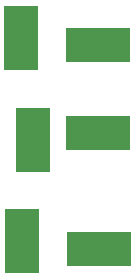
<source format=gbr>
%TF.GenerationSoftware,KiCad,Pcbnew,8.0.7*%
%TF.CreationDate,2025-04-20T00:47:18-04:00*%
%TF.ProjectId,1M_2F,314d5f32-462e-46b6-9963-61645f706362,rev?*%
%TF.SameCoordinates,Original*%
%TF.FileFunction,Soldermask,Bot*%
%TF.FilePolarity,Negative*%
%FSLAX46Y46*%
G04 Gerber Fmt 4.6, Leading zero omitted, Abs format (unit mm)*
G04 Created by KiCad (PCBNEW 8.0.7) date 2025-04-20 00:47:18*
%MOMM*%
%LPD*%
G01*
G04 APERTURE LIST*
%ADD10R,3.000000X5.400000*%
%ADD11R,5.400000X3.000000*%
G04 APERTURE END LIST*
D10*
%TO.C,J1*%
X97344600Y-47653300D03*
D11*
X102844600Y-47040800D03*
%TD*%
D10*
%TO.C,J3*%
X96412500Y-56262500D03*
D11*
X102912500Y-56875000D03*
%TD*%
D10*
%TO.C,J2*%
X96337500Y-39050000D03*
D11*
X102837500Y-39662500D03*
%TD*%
M02*

</source>
